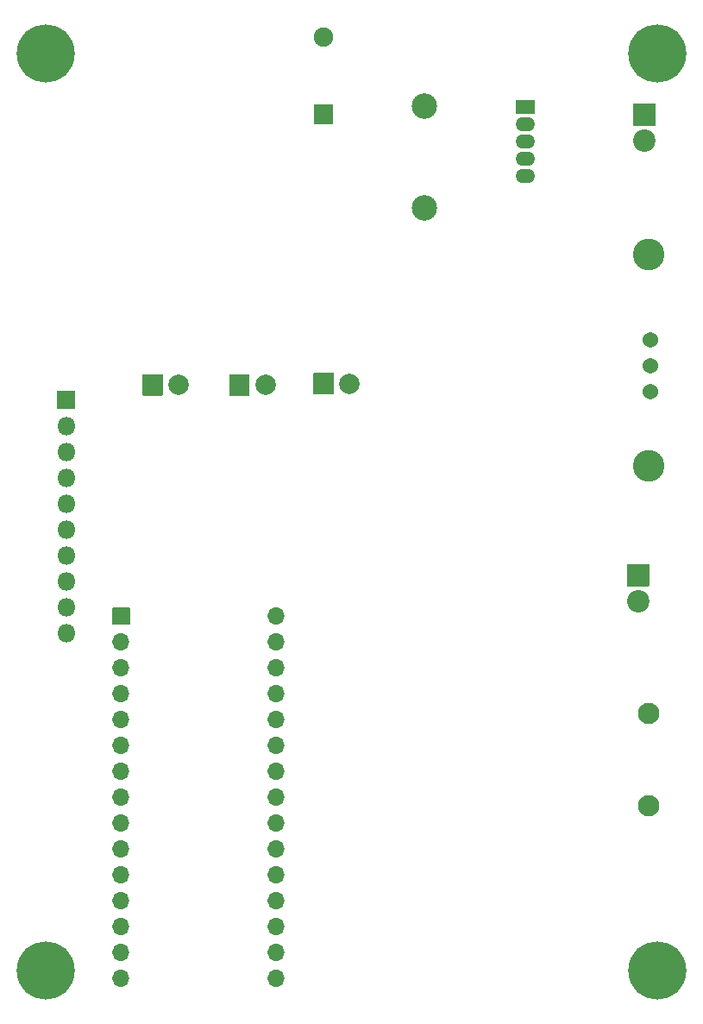
<source format=gbr>
%TF.GenerationSoftware,KiCad,Pcbnew,5.1.10-1.fc34*%
%TF.CreationDate,2021-06-08T11:44:04-04:00*%
%TF.ProjectId,BREAD_Slice,42524541-445f-4536-9c69-63652e6b6963,rev?*%
%TF.SameCoordinates,Original*%
%TF.FileFunction,Soldermask,Top*%
%TF.FilePolarity,Negative*%
%FSLAX46Y46*%
G04 Gerber Fmt 4.6, Leading zero omitted, Abs format (unit mm)*
G04 Created by KiCad (PCBNEW 5.1.10-1.fc34) date 2021-06-08 11:44:04*
%MOMM*%
%LPD*%
G01*
G04 APERTURE LIST*
%ADD10O,1.900000X1.375000*%
%ADD11C,3.100000*%
%ADD12C,2.100000*%
%ADD13C,1.540000*%
%ADD14C,2.500000*%
%ADD15C,2.200000*%
%ADD16O,1.900000X1.900000*%
%ADD17C,2.000000*%
%ADD18C,5.700000*%
%ADD19O,1.700000X1.700000*%
%ADD20O,1.800000X1.800000*%
G04 APERTURE END LIST*
D10*
%TO.C,U1*%
X174670000Y-56811000D03*
X174670000Y-55111000D03*
X174670000Y-53411000D03*
X174670000Y-51711000D03*
G36*
G01*
X173770000Y-49323500D02*
X175570000Y-49323500D01*
G75*
G02*
X175620000Y-49373500I0J-50000D01*
G01*
X175620000Y-50648500D01*
G75*
G02*
X175570000Y-50698500I-50000J0D01*
G01*
X173770000Y-50698500D01*
G75*
G02*
X173720000Y-50648500I0J50000D01*
G01*
X173720000Y-49373500D01*
G75*
G02*
X173770000Y-49323500I50000J0D01*
G01*
G37*
%TD*%
D11*
%TO.C,TP1*%
X186735000Y-64489000D03*
%TD*%
%TO.C,TP2*%
X186735000Y-85253500D03*
%TD*%
D12*
%TO.C,TH1*%
X186735000Y-109591000D03*
X186735000Y-118591000D03*
%TD*%
D13*
%TO.C,RV1*%
X186925500Y-72934500D03*
X186925500Y-75474500D03*
X186925500Y-78014500D03*
%TD*%
D14*
%TO.C,L1*%
X164764000Y-49917000D03*
X164764000Y-59917000D03*
%TD*%
D15*
%TO.C,J3*%
X185719000Y-98525000D03*
G36*
G01*
X184669000Y-94885000D02*
X186769000Y-94885000D01*
G75*
G02*
X186819000Y-94935000I0J-50000D01*
G01*
X186819000Y-97035000D01*
G75*
G02*
X186769000Y-97085000I-50000J0D01*
G01*
X184669000Y-97085000D01*
G75*
G02*
X184619000Y-97035000I0J50000D01*
G01*
X184619000Y-94935000D01*
G75*
G02*
X184669000Y-94885000I50000J0D01*
G01*
G37*
%TD*%
%TO.C,J2*%
X186354000Y-53313000D03*
G36*
G01*
X185304000Y-49673000D02*
X187404000Y-49673000D01*
G75*
G02*
X187454000Y-49723000I0J-50000D01*
G01*
X187454000Y-51823000D01*
G75*
G02*
X187404000Y-51873000I-50000J0D01*
G01*
X185304000Y-51873000D01*
G75*
G02*
X185254000Y-51823000I0J50000D01*
G01*
X185254000Y-49723000D01*
G75*
G02*
X185304000Y-49673000I50000J0D01*
G01*
G37*
%TD*%
D16*
%TO.C,D4*%
X154858000Y-43153000D03*
G36*
G01*
X155758000Y-51723000D02*
X153958000Y-51723000D01*
G75*
G02*
X153908000Y-51673000I0J50000D01*
G01*
X153908000Y-49873000D01*
G75*
G02*
X153958000Y-49823000I50000J0D01*
G01*
X155758000Y-49823000D01*
G75*
G02*
X155808000Y-49873000I0J-50000D01*
G01*
X155808000Y-51673000D01*
G75*
G02*
X155758000Y-51723000I-50000J0D01*
G01*
G37*
%TD*%
D17*
%TO.C,D3*%
X157398000Y-77189000D03*
G36*
G01*
X155808000Y-78239000D02*
X153908000Y-78239000D01*
G75*
G02*
X153858000Y-78189000I0J50000D01*
G01*
X153858000Y-76189000D01*
G75*
G02*
X153908000Y-76139000I50000J0D01*
G01*
X155808000Y-76139000D01*
G75*
G02*
X155858000Y-76189000I0J-50000D01*
G01*
X155858000Y-78189000D01*
G75*
G02*
X155808000Y-78239000I-50000J0D01*
G01*
G37*
%TD*%
%TO.C,D2*%
X149143000Y-77316000D03*
G36*
G01*
X147553000Y-78366000D02*
X145653000Y-78366000D01*
G75*
G02*
X145603000Y-78316000I0J50000D01*
G01*
X145603000Y-76316000D01*
G75*
G02*
X145653000Y-76266000I50000J0D01*
G01*
X147553000Y-76266000D01*
G75*
G02*
X147603000Y-76316000I0J-50000D01*
G01*
X147603000Y-78316000D01*
G75*
G02*
X147553000Y-78366000I-50000J0D01*
G01*
G37*
%TD*%
%TO.C,D1*%
X140634000Y-77316000D03*
G36*
G01*
X139044000Y-78366000D02*
X137144000Y-78366000D01*
G75*
G02*
X137094000Y-78316000I0J50000D01*
G01*
X137094000Y-76316000D01*
G75*
G02*
X137144000Y-76266000I50000J0D01*
G01*
X139044000Y-76266000D01*
G75*
G02*
X139094000Y-76316000I0J-50000D01*
G01*
X139094000Y-78316000D01*
G75*
G02*
X139044000Y-78366000I-50000J0D01*
G01*
G37*
%TD*%
D18*
%TO.C,H4*%
X187600000Y-134800000D03*
%TD*%
%TO.C,H3*%
X127600000Y-134800000D03*
%TD*%
%TO.C,H2*%
X187600000Y-44800000D03*
%TD*%
%TO.C,H1*%
X127600000Y-44800000D03*
%TD*%
%TO.C,A1*%
G36*
G01*
X134150000Y-100800000D02*
X134150000Y-99200000D01*
G75*
G02*
X134200000Y-99150000I50000J0D01*
G01*
X135800000Y-99150000D01*
G75*
G02*
X135850000Y-99200000I0J-50000D01*
G01*
X135850000Y-100800000D01*
G75*
G02*
X135800000Y-100850000I-50000J0D01*
G01*
X134200000Y-100850000D01*
G75*
G02*
X134150000Y-100800000I0J50000D01*
G01*
G37*
D19*
X150240000Y-133020000D03*
X135000000Y-102540000D03*
X150240000Y-130480000D03*
X135000000Y-105080000D03*
X150240000Y-127940000D03*
X135000000Y-107620000D03*
X150240000Y-125400000D03*
X135000000Y-110160000D03*
X150240000Y-122860000D03*
X135000000Y-112700000D03*
X150240000Y-120320000D03*
X135000000Y-115240000D03*
X150240000Y-117780000D03*
X135000000Y-117780000D03*
X150240000Y-115240000D03*
X135000000Y-120320000D03*
X150240000Y-112700000D03*
X135000000Y-122860000D03*
X150240000Y-110160000D03*
X135000000Y-125400000D03*
X150240000Y-107620000D03*
X135000000Y-127940000D03*
X150240000Y-105080000D03*
X135000000Y-130480000D03*
X150240000Y-102540000D03*
X135000000Y-133020000D03*
X150240000Y-100000000D03*
X135000000Y-135560000D03*
X150240000Y-135560000D03*
%TD*%
%TO.C,J1*%
G36*
G01*
X128700000Y-79650000D02*
X128700000Y-77950000D01*
G75*
G02*
X128750000Y-77900000I50000J0D01*
G01*
X130450000Y-77900000D01*
G75*
G02*
X130500000Y-77950000I0J-50000D01*
G01*
X130500000Y-79650000D01*
G75*
G02*
X130450000Y-79700000I-50000J0D01*
G01*
X128750000Y-79700000D01*
G75*
G02*
X128700000Y-79650000I0J50000D01*
G01*
G37*
D20*
X129600000Y-81340000D03*
X129600000Y-83880000D03*
X129600000Y-86420000D03*
X129600000Y-88960000D03*
X129600000Y-91500000D03*
X129600000Y-94040000D03*
X129600000Y-96580000D03*
X129600000Y-99120000D03*
X129600000Y-101660000D03*
%TD*%
M02*

</source>
